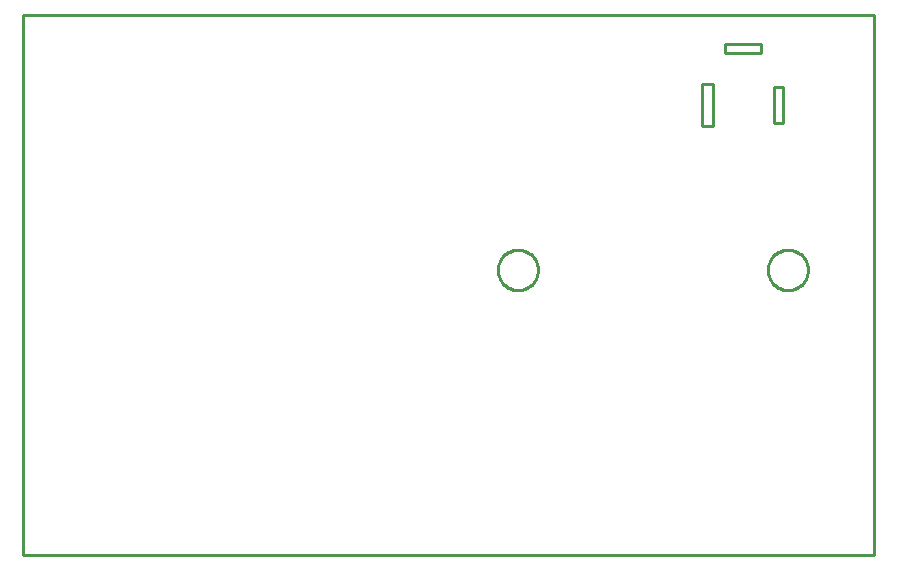
<source format=gbr>
G04 EAGLE Gerber X2 export*
%TF.Part,Single*%
%TF.FileFunction,Profile,NP*%
%TF.FilePolarity,Positive*%
%TF.GenerationSoftware,Autodesk,EAGLE,9.1.0*%
%TF.CreationDate,2023-04-28T19:49:15Z*%
G75*
%MOMM*%
%FSLAX34Y34*%
%LPD*%
%AMOC8*
5,1,8,0,0,1.08239X$1,22.5*%
G01*
%ADD10C,0.254000*%


D10*
X50800Y0D02*
X771400Y0D01*
X771400Y457100D01*
X50800Y457100D01*
X50800Y0D01*
X645400Y425000D02*
X675400Y425000D01*
X675400Y433000D01*
X645400Y433000D01*
X645400Y425000D01*
X625400Y363500D02*
X635400Y363500D01*
X635400Y398500D01*
X625400Y398500D01*
X625400Y363500D01*
X686400Y366000D02*
X694400Y366000D01*
X694400Y396000D01*
X686400Y396000D01*
X686400Y366000D01*
X486918Y240743D02*
X486845Y239631D01*
X486700Y238526D01*
X486482Y237434D01*
X486194Y236357D01*
X485836Y235302D01*
X485409Y234273D01*
X484917Y233273D01*
X484359Y232309D01*
X483740Y231382D01*
X483062Y230498D01*
X482327Y229660D01*
X481540Y228873D01*
X480702Y228138D01*
X479818Y227460D01*
X478891Y226841D01*
X477927Y226283D01*
X476927Y225791D01*
X475898Y225364D01*
X474843Y225006D01*
X473766Y224718D01*
X472674Y224500D01*
X471569Y224355D01*
X470457Y224282D01*
X469343Y224282D01*
X468231Y224355D01*
X467126Y224500D01*
X466034Y224718D01*
X464957Y225006D01*
X463902Y225364D01*
X462873Y225791D01*
X461873Y226283D01*
X460909Y226841D01*
X459982Y227460D01*
X459098Y228138D01*
X458260Y228873D01*
X457473Y229660D01*
X456738Y230498D01*
X456060Y231382D01*
X455441Y232309D01*
X454883Y233273D01*
X454391Y234273D01*
X453964Y235302D01*
X453606Y236357D01*
X453318Y237434D01*
X453100Y238526D01*
X452955Y239631D01*
X452882Y240743D01*
X452882Y241857D01*
X452955Y242969D01*
X453100Y244074D01*
X453318Y245166D01*
X453606Y246243D01*
X453964Y247298D01*
X454391Y248327D01*
X454883Y249327D01*
X455441Y250291D01*
X456060Y251218D01*
X456738Y252102D01*
X457473Y252940D01*
X458260Y253727D01*
X459098Y254462D01*
X459982Y255140D01*
X460909Y255759D01*
X461873Y256317D01*
X462873Y256809D01*
X463902Y257236D01*
X464957Y257594D01*
X466034Y257882D01*
X467126Y258100D01*
X468231Y258245D01*
X469343Y258318D01*
X470457Y258318D01*
X471569Y258245D01*
X472674Y258100D01*
X473766Y257882D01*
X474843Y257594D01*
X475898Y257236D01*
X476927Y256809D01*
X477927Y256317D01*
X478891Y255759D01*
X479818Y255140D01*
X480702Y254462D01*
X481540Y253727D01*
X482327Y252940D01*
X483062Y252102D01*
X483740Y251218D01*
X484359Y250291D01*
X484917Y249327D01*
X485409Y248327D01*
X485836Y247298D01*
X486194Y246243D01*
X486482Y245166D01*
X486700Y244074D01*
X486845Y242969D01*
X486918Y241857D01*
X486918Y240743D01*
X715518Y240743D02*
X715445Y239631D01*
X715300Y238526D01*
X715082Y237434D01*
X714794Y236357D01*
X714436Y235302D01*
X714009Y234273D01*
X713517Y233273D01*
X712959Y232309D01*
X712340Y231382D01*
X711662Y230498D01*
X710927Y229660D01*
X710140Y228873D01*
X709302Y228138D01*
X708418Y227460D01*
X707491Y226841D01*
X706527Y226283D01*
X705527Y225791D01*
X704498Y225364D01*
X703443Y225006D01*
X702366Y224718D01*
X701274Y224500D01*
X700169Y224355D01*
X699057Y224282D01*
X697943Y224282D01*
X696831Y224355D01*
X695726Y224500D01*
X694634Y224718D01*
X693557Y225006D01*
X692502Y225364D01*
X691473Y225791D01*
X690473Y226283D01*
X689509Y226841D01*
X688582Y227460D01*
X687698Y228138D01*
X686860Y228873D01*
X686073Y229660D01*
X685338Y230498D01*
X684660Y231382D01*
X684041Y232309D01*
X683483Y233273D01*
X682991Y234273D01*
X682564Y235302D01*
X682206Y236357D01*
X681918Y237434D01*
X681700Y238526D01*
X681555Y239631D01*
X681482Y240743D01*
X681482Y241857D01*
X681555Y242969D01*
X681700Y244074D01*
X681918Y245166D01*
X682206Y246243D01*
X682564Y247298D01*
X682991Y248327D01*
X683483Y249327D01*
X684041Y250291D01*
X684660Y251218D01*
X685338Y252102D01*
X686073Y252940D01*
X686860Y253727D01*
X687698Y254462D01*
X688582Y255140D01*
X689509Y255759D01*
X690473Y256317D01*
X691473Y256809D01*
X692502Y257236D01*
X693557Y257594D01*
X694634Y257882D01*
X695726Y258100D01*
X696831Y258245D01*
X697943Y258318D01*
X699057Y258318D01*
X700169Y258245D01*
X701274Y258100D01*
X702366Y257882D01*
X703443Y257594D01*
X704498Y257236D01*
X705527Y256809D01*
X706527Y256317D01*
X707491Y255759D01*
X708418Y255140D01*
X709302Y254462D01*
X710140Y253727D01*
X710927Y252940D01*
X711662Y252102D01*
X712340Y251218D01*
X712959Y250291D01*
X713517Y249327D01*
X714009Y248327D01*
X714436Y247298D01*
X714794Y246243D01*
X715082Y245166D01*
X715300Y244074D01*
X715445Y242969D01*
X715518Y241857D01*
X715518Y240743D01*
M02*

</source>
